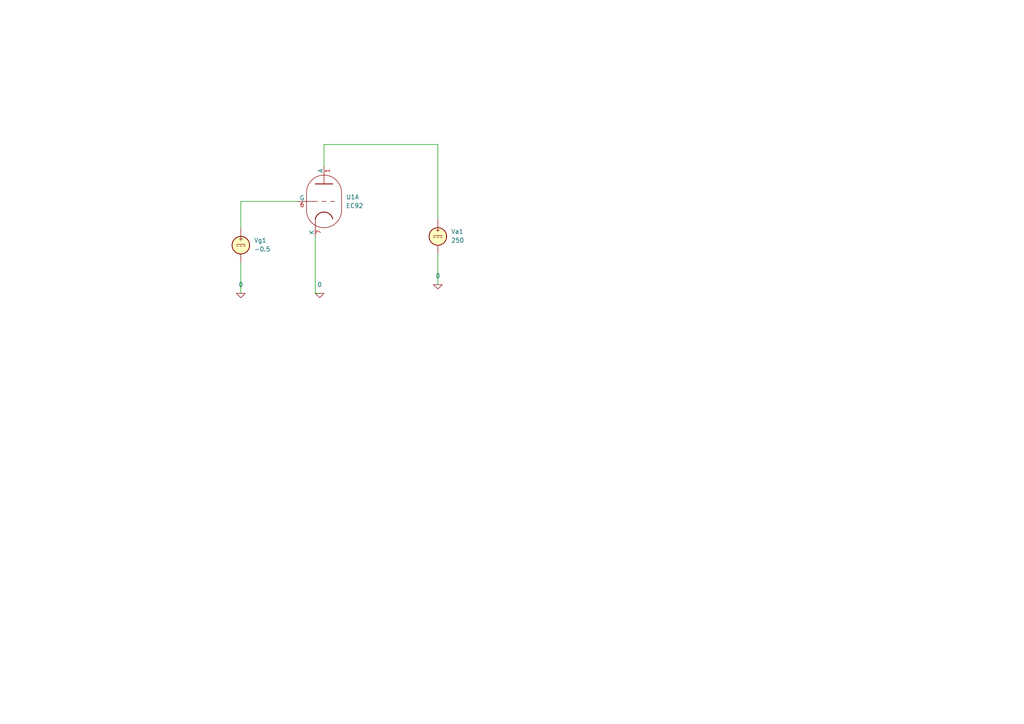
<source format=kicad_sch>
(kicad_sch (version 20231120) (generator "eeschema") (generator_version "8.0")
  (paper "A4")
  (lib_symbols
    (symbol "Simulation_SPICE:0" (power) (pin_numbers hide) (pin_names (offset 0) hide)
      (property "Value" "0" (at 0 -2.54 0))
      (symbol "0_0_1"
        (polyline (pts (xy -1.27 0) (xy 0 -1.27) (xy 1.27 0) (xy -1.27 0)))
      )
      (symbol "0_1_1"
        (pin power_in line (at 0 0 0) (length 0) (name "~") (number "1"))
      )
    )
    (symbol "Simulation_SPICE:VDC" (pin_numbers hide) (pin_names (offset 0.0254))
      (property "Reference" "V" (at 2.54 2.54 0))
      (property "Value" "1" (at 2.54 0 0))
      (symbol "VDC_0_0"
        (polyline (pts (xy -1.27 0.254) (xy 1.27 0.254)))
        (polyline (pts (xy -0.762 -0.254) (xy -1.27 -0.254)))
        (polyline (pts (xy 0.254 -0.254) (xy -0.254 -0.254)))
        (polyline (pts (xy 1.27 -0.254) (xy 0.762 -0.254)))
        (text "+" (at 0 1.905 0) (effects (font (size 1.27 1.27))))
      )
      (symbol "VDC_0_1"
        (circle (center 0 0) (radius 2.54) (stroke (width 0.254)) (fill (type background)))
      )
      (symbol "VDC_1_1"
        (pin passive line (at 0 5.08 270) (length 2.54) (name "~") (number "1"))
        (pin passive line (at 0 -5.08 90) (length 2.54) (name "~") (number "2"))
      )
    )
    (symbol "Valve:EC92" (pin_names (offset 0))
      (property "Reference" "U" (at 3.048 7.874 0))
      (property "Value" "EC92" (at 4.318 -8.128 0))
      (symbol "EC92_0_1"
        (arc (start -5.08 -2.54) (mid 0 -7.5979) (end 5.08 -2.54))
        (polyline (pts (xy 5.08 2.54) (xy 5.08 -2.54)))
        (polyline (pts (xy -5.08 2.54) (xy -5.08 -2.54) (xy -5.08 -2.54)))
        (arc (start 5.08 2.54) (mid 0 7.5979) (end -5.08 2.54))
      )
      (symbol "EC92_1_0"
        (polyline (pts (xy -2.54 -5.08) (xy -2.54 -7.62)))
        (polyline (pts (xy -1.905 0) (xy -3.175 0)) (stroke (width 0.1524)))
        (polyline (pts (xy -0.635 0) (xy 0.635 0)) (stroke (width 0.1524)))
        (polyline (pts (xy 0 5.08) (xy 0 7.62)))
        (polyline (pts (xy 1.905 0) (xy 3.175 0)) (stroke (width 0.1524)))
      )
      (symbol "EC92_1_1"
        (polyline (pts (xy -5.08 0) (xy -3.175 0)))
        (polyline (pts (xy -2.54 5.08) (xy 2.54 5.08) (xy 2.54 5.08)) (stroke (width 0.254)))
        (arc (start 2.54 -5.08) (mid 0 -3.0968) (end -2.54 -5.08) (stroke (width 0.254)))
        (pin output line (at 0 10.16 270) (length 2.54) (name "A") (number "1"))
        (pin input line (at -7.62 0 0) (length 2.54) (name "G") (number "6"))
        (pin bidirectional line (at -2.54 -10.16 90) (length 2.54) (name "K") (number "7"))
      )
      (symbol "EC92_2_1"
        (arc (start 2.54 -6.35) (mid 0 -5.1292) (end -2.54 -6.35))
        (pin power_in line (at -2.54 -8.89 90) (length 2.54) (name "F1") (number "3"))
        (pin power_in line (at 2.54 -8.89 90) (length 2.54) (name "F2") (number "4"))
      )
    )
  )
  (wire (pts (xy 91.44 85.09) (xy 92.71 85.09)))
  (wire (pts (xy 127 41.91) (xy 127 63.5)))
  (wire (pts (xy 69.85 66.04) (xy 69.85 58.42)))
  (wire (pts (xy 69.85 58.42) (xy 86.36 58.42)))
  (wire (pts (xy 93.98 48.26) (xy 93.98 41.91)))
  (wire (pts (xy 93.98 41.91) (xy 127 41.91)))
  (wire (pts (xy 91.44 85.09) (xy 91.44 68.58)))
  (wire (pts (xy 69.85 76.2) (xy 69.85 85.09)))
  (wire (pts (xy 127 73.66) (xy 127 82.55)))
  (symbol (lib_id "Simulation_SPICE:VDC") (at 69.85 71.12 0) (unit 1)
    (property "Reference" "Vg1" (at 73.66 69.7201 0) (effects (justify left)))
    (property "Value" "-0.5" (at 73.66 72.2601 0) (effects (justify left)))
    (property "Datasheet" "https://ngspice.sourceforge.io/docs/ngspice-html-manual/manual.xhtml#sec_Independent_Sources_for" (effects (hide yes)))
    (property "Description" "Voltage source, DC" (effects (hide yes)))
    (property "Sim.Pins" "1=+ 2=-" (effects (hide yes)))
    (property "Sim.Type" "DC" (effects (hide yes)))
    (property "Sim.Device" "V" (effects (hide yes)))
  )
  (symbol (lib_id "Simulation_SPICE:0") (at 127 82.55 0) (unit 1)
    (property "Reference" "#GND03" (effects (hide yes)))
    (property "Value" "0" (at 127 80.01 0))
    (property "Datasheet" "https://ngspice.sourceforge.io/docs/ngspice-html-manual/manual.xhtml#subsec_Circuit_elements__device" (effects (hide yes)))
    (property "Description" "0V reference potential for simulation" (effects (hide yes)))
  )
  (symbol (lib_id "Valve:EC92") (at 93.98 58.42 0) (unit 1)
    (property "Reference" "U1" (at 100.33 57.1499 0) (effects (justify left)))
    (property "Value" "EC92" (at 100.33 59.6899 0) (effects (justify left)))
    (property "Footprint" "Valve:Valve_Mini_P" (effects (hide yes)))
    (property "Datasheet" "http://www.r-type.org/pdfs/ec92.pdf" (effects (hide yes)))
    (property "Description" "single triode" (effects (hide yes)))
    (property "Sim.Library" "/home/ken/projects/kicad/valve_sim1/triodes.lib" (effects (hide yes)))
    (property "Sim.Name" "12AX7" (effects (hide yes)))
    (property "Sim.Device" "SUBCKT" (effects (hide yes)))
    (property "Sim.Pins" "1=P 6=G 7=K" (effects (hide yes)))
  )
  (symbol (lib_id "Simulation_SPICE:VDC") (at 127 68.58 0) (unit 1)
    (property "Reference" "Va1" (at 130.81 67.1801 0) (effects (justify left)))
    (property "Value" "250" (at 130.81 69.7201 0) (effects (justify left)))
    (property "Datasheet" "https://ngspice.sourceforge.io/docs/ngspice-html-manual/manual.xhtml#sec_Independent_Sources_for" (effects (hide yes)))
    (property "Description" "Voltage source, DC" (effects (hide yes)))
    (property "Sim.Pins" "1=+ 2=-" (effects (hide yes)))
    (property "Sim.Type" "DC" (effects (hide yes)))
    (property "Sim.Device" "V" (effects (hide yes)))
  )
  (symbol (lib_id "Simulation_SPICE:0") (at 69.85 85.09 0) (unit 1)
    (property "Reference" "#GND01" (effects (hide yes)))
    (property "Value" "0" (at 69.85 82.55 0))
    (property "Datasheet" "https://ngspice.sourceforge.io/docs/ngspice-html-manual/manual.xhtml#subsec_Circuit_elements__device" (effects (hide yes)))
    (property "Description" "0V reference potential for simulation" (effects (hide yes)))
  )
  (symbol (lib_id "Simulation_SPICE:0") (at 92.71 85.09 0) (unit 1)
    (property "Reference" "#GND02" (effects (hide yes)))
    (property "Value" "0" (at 92.71 82.55 0))
    (property "Datasheet" "https://ngspice.sourceforge.io/docs/ngspice-html-manual/manual.xhtml#subsec_Circuit_elements__device" (effects (hide yes)))
    (property "Description" "0V reference potential for simulation" (effects (hide yes)))
  )
)
</source>
